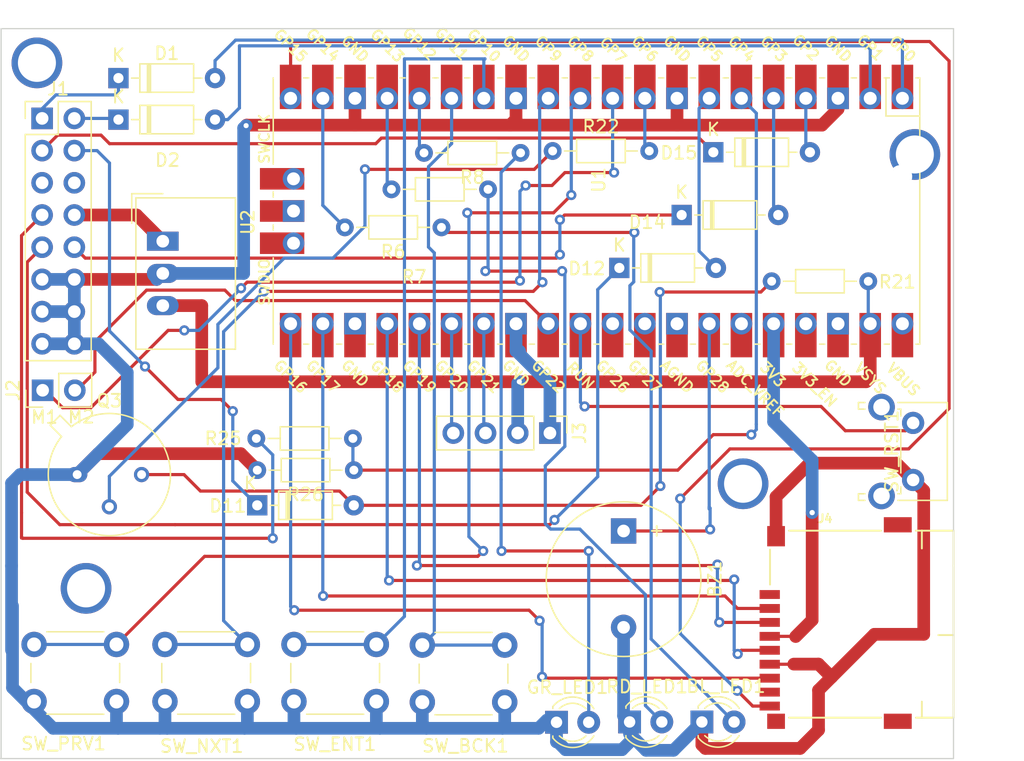
<source format=kicad_pcb>
(kicad_pcb (version 20221018) (generator pcbnew)
  (layers (0 "F.Cu" signal) (31 "B.Cu" signal) (34 "B.Paste" user) (35 "F.Paste" user) (36 "B.SilkS" user "B.Silkscreen") (37 "F.SilkS" user "F.Silkscreen") (38 "B.Mask" user) (39 "F.Mask" user) (44 "Edge.Cuts" user))
  (net 0 "")
  (net 1 "Net-(BZ1--)")
  (net 2 "/GND")
  (net 3 "Net-(BL_LED1-A)")
  (net 4 "Net-(GR_LED1-A)")
  (net 5 "Net-(RD_LED1-A)")
  (net 6 "Net-(D11-K)")
  (net 7 "Net-(D11-A)")
  (net 8 "Net-(D12-K)")
  (net 9 "Net-(D12-A)")
  (net 10 "Net-(D14-K)")
  (net 11 "Net-(D14-A)")
  (net 12 "Net-(D15-K)")
  (net 13 "Net-(D15-A)")
  (net 16 "Net-(J1-Pin_4a)")
  (net 17 "/CS")
  (net 18 "/SCK")
  (net 19 "/MOSI")
  (net 20 "/MISO")
  (net 21 "Net-(J1-Pin_4b)")
  (net 22 "Net-(J3-Pin_1)")
  (net 23 "Net-(J3-Pin_2)")
  (net 24 "Net-(J3-Pin_3)")
  (net 25 "Net-(J3-Pin_4)")
  (net 27 "Net-(D1-K)")
  (net 28 "/VCC 3.3V")
  (net 29 "Net-(J4-DET)")
  (net 30 "Net-(Q3-B)")
  (net 31 "Net-(U1-GPIO14)")
  (net 32 "Net-(U1-GPIO13)")
  (net 33 "Net-(U1-GPIO12)")
  (net 34 "Net-(U1-GPIO6)")
  (net 35 "Net-(U1-GPIO4)")
  (net 36 "Net-(U1-RUN)")
  (net 37 "Net-(U1-GPIO8)")
  (net 38 "Net-(U1-GPIO9)")
  (net 39 "Net-(U1-GPIO10)")
  (net 40 "Net-(U1-GPIO11)")
  (net 41 "Net-(J2-Pin_1)")
  (net 43 "Net-(J2-Pin_2)")
  (net 52 "Net-(D1-A)")
  (net 53 "Net-(D2-K)")
  (net 54 "Net-(D2-A)")
  (footprint "Buzzer_Beeper:Buzzer_12x9.5RM7.6" (layer "F.Cu") (at 138.975 112.45 -90)
    (fp_text reference "BZ1")
    (fp_text value "Buzzer")
  )
  (footprint "MCU_RaspberryPi_and_Boards:RPi_Pico_SMD_TH" (layer "F.Cu") (at 136.84 87.21 -90)
    (fp_text reference "U1")
    (fp_text value "Pico")
  )
  (footprint "Connector_PinHeader_2.54mm:PinHeader_2x08_P2.54mm_Vertical_letters" (layer "F.Cu") (at 93.11 79.905)
    (fp_text reference "J1")
    (fp_text value "Conn_02x08_Row_Letter_Last")
  )
  (footprint "Resistor_THT:R_Axial_DIN0204_L3.6mm_D1.6mm_P7.62mm_Horizontal" (layer "F.Cu") (at 133.38 82.475)
    (fp_text reference "R22")
    (fp_text value "6.8K")
  )
  (footprint "Resistor_THT:R_Axial_DIN0204_L3.6mm_D1.6mm_P7.62mm_Horizontal" (layer "F.Cu") (at 124.61 88.5 180)
    (fp_text reference "R6")
    (fp_text value "680")
  )
  (footprint "Resistor_THT:R_Axial_DIN0204_L3.6mm_D1.6mm_P7.62mm_Horizontal" (layer "F.Cu") (at 128.285 85.5 180)
    (fp_text reference "R7")
    (fp_text value "680")
  )
  (footprint "Diode_THT:D_DO-35_SOD27_P7.62mm_Horizontal" (layer "F.Cu") (at 99.13 80)
    (fp_text reference "D2")
    (fp_text value "BAT43")
  )
  (footprint "Connector_PinHeader_2.54mm:PinHeader_1x02_P2.54mm_Vertical" (layer "F.Cu") (at 93.15 101.35 90)
    (fp_text reference "J2")
    (fp_text value "MDV_CONTROL")
  )
  (footprint "Resistor_THT:R_Axial_DIN0204_L3.6mm_D1.6mm_P7.62mm_Horizontal" (layer "F.Cu") (at 117.7 107.65 180)
    (fp_text reference "R26")
    (fp_text value "2K2")
  )
  (footprint "LED_THT:LED_D3.0mm" (layer "F.Cu") (at 145.15 127.5125)
    (fp_text reference "BL_LED1")
    (fp_text value "LED")
  )
  (footprint "Resistor_THT:R_Axial_DIN0204_L3.6mm_D1.6mm_P7.62mm_Horizontal" (layer "F.Cu") (at 110.005 105.15)
    (fp_text reference "R25")
    (fp_text value "1K")
  )
  (footprint "LED_THT:LED_D3.0mm" (layer "F.Cu") (at 139.45 127.5125)
    (fp_text reference "RD_LED1")
    (fp_text value "LED")
  )
  (footprint "Connector_Card:MicroSD_Card-micro_socket_A_AliExpress" (layer "F.Cu") (at 157.525 120.675 -90)
    (fp_text reference "J4")
    (fp_text value "Micro_SD_Card_Det1" hide)
  )
  (footprint "Package_TO_SOT_THT:TO-39-3" (layer "F.Cu") (at 95.875 108)
    (fp_text reference "Q3")
    (fp_text value "2N2219")
  )
  (footprint "Diode_THT:D_DO-35_SOD27_P7.62mm_Horizontal" (layer "F.Cu") (at 110.075 110.425)
    (fp_text reference "D11")
    (fp_text value "1N4148")
  )
  (footprint "Diode_THT:D_DO-35_SOD27_P7.62mm_Horizontal" (layer "F.Cu") (at 143.555 87.525)
    (fp_text reference "D14")
    (fp_text value "BAT43")
  )
  (footprint "Connector_PinHeader_2.54mm:PinHeader_1x04_P2.54mm_Vertical" (layer "F.Cu") (at 133.165 104.725 -90)
    (fp_text reference "J3")
    (fp_text value "OLED SCREEN CONN")
  )
  (footprint "Button_Switch_THT:SW_Tactile_SPST_Angled_PTS645Vx83-2LFS" (layer "F.Cu") (at 161.8125 103.925 -90)
    (fp_text reference "SW_RST1")
    (fp_text value "SW_RESET")
  )
  (footprint "Resistor_THT:R_Axial_DIN0204_L3.6mm_D1.6mm_P7.62mm_Horizontal" (layer "F.Cu") (at 130.85 82.625 180)
    (fp_text reference "R8")
    (fp_text value "680")
  )
  (footprint "Converter_DCDC:Converter_DCDC_TRACO_TSR-1_THT" (layer "F.Cu") (at 102.6275 89.5925 -90)
    (fp_text reference "U2")
    (fp_text value "TSR_1-2450")
  )
  (footprint "Resistor_THT:R_Axial_DIN0204_L3.6mm_D1.6mm_P7.62mm_Horizontal" (layer "F.Cu") (at 158.275 92.75 180)
    (fp_text reference "R21")
    (fp_text value "10K")
  )
  (footprint "Button_Switch_THT:SW_PUSH_6mm" (layer "F.Cu") (at 119.475 125.9 180)
    (fp_text reference "SW_ENT1")
    (fp_text value "SW_ENTER")
  )
  (footprint "Diode_THT:D_DO-35_SOD27_P7.62mm_Horizontal" (layer "F.Cu") (at 146.055 82.575)
    (fp_text reference "D15")
    (fp_text value "BAT43")
  )
  (footprint "LED_THT:LED_D3.0mm" (layer "F.Cu") (at 133.685 127.5375)
    (fp_text reference "GR_LED1")
    (fp_text value "LED")
  )
  (footprint "Diode_THT:D_DO-35_SOD27_P7.62mm_Horizontal" (layer "F.Cu") (at 99.13 76.725)
    (fp_text reference "D1")
    (fp_text value "BAT43")
  )
  (footprint "Button_Switch_THT:SW_PUSH_6mm" (layer "F.Cu") (at 109.3 125.9 180)
    (fp_text reference "SW_NXT1")
    (fp_text value "SW_NEXT")
  )
  (footprint "Diode_THT:D_DO-35_SOD27_P7.62mm_Horizontal" (layer "F.Cu") (at 138.64 91.7)
    (fp_text reference "D12")
    (fp_text value "BAT43")
  )
  (footprint "Button_Switch_THT:SW_PUSH_6mm" (layer "F.Cu") (at 98.975 125.9 180)
    (fp_text reference "SW_PRV1")
    (fp_text value "SW_PREV")
  )
  (footprint "Button_Switch_THT:SW_PUSH_6mm" (layer "F.Cu") (at 129.6 125.95 180)
    (fp_text reference "SW_BCK1")
    (fp_text value "SW_BACK")
  )
  (gr_line (start 164.9625 130.4) (end 89.8375 130.4) (stroke (width 0.1)) (layer "Edge.Cuts"))
  (gr_line (start 165 72.825) (end 165 130.4) (stroke (width 0.1)) (layer "Edge.Cuts"))
  (gr_line (start 89.875 72.825) (end 165 72.825) (stroke (width 0.1)) (layer "Edge.Cuts"))
  (gr_line (start 89.875 130.4) (end 89.875 72.825) (stroke (width 0.1)) (layer "Edge.Cuts"))
  (gr_text "M2" (at 95.05 104.025) (layer "F.SilkS") (effects (font (size 1 1)) (justify left bottom)))
  (gr_text "M1" (at 92.15 104.05) (layer "F.SilkS") (effects (font (size 1 1)) (justify left bottom)))
  (via (at 96.575 116.975) (size 4) (drill 3) (layers "F.Cu" "B.Cu") (net 0))
  (via (at 92.7 75.525) (size 4) (drill 3) (layers "F.Cu" "B.Cu") (net 0))
  (via (at 148.4 108.725) (size 4) (drill 3) (layers "F.Cu" "B.Cu") (net 0))
  (via (at 161.95 82.75) (size 4) (drill 3) (layers "F.Cu" "B.Cu") (net 0))
  (segment (start 138.975 112.45) (end 145.675 112.45) (width 0.25) (layer "F.Cu") (net 1))
  (segment (start 145.675 112.45) (end 145.8 112.325) (width 0.25) (layer "F.Cu") (net 1))
  (via (at 145.8 112.325) (size 0.8) (drill 0.4) (layers "F.Cu" "B.Cu") (net 1))
  (segment (start 145.73 110.705) (end 145.73 110.575) (width 0.25) (layer "B.Cu") (net 1))
  (segment (start 145.775 110.75) (end 145.73 110.705) (width 0.25) (layer "B.Cu") (net 1))
  (segment (start 145.73 110.575) (end 145.73 96.1) (width 0.25) (layer "B.Cu") (net 1))
  (segment (start 145.8 112.325) (end 145.8 110.645) (width 0.25) (layer "B.Cu") (net 1))
  (segment (start 145.8 110.645) (end 145.73 110.575) (width 0.25) (layer "B.Cu") (net 1))
  (segment (start 145.15 129.325) (end 145.425 129.6) (width 1) (layer "F.Cu") (net 2))
  (segment (start 145.15 127.5125) (end 145.15 129.325) (width 1) (layer "F.Cu") (net 2))
  (segment (start 108.78 106.35) (end 110.08 107.65) (width 1) (layer "F.Cu") (net 2))
  (segment (start 102.155 92.605) (end 102.6275 92.1325) (width 1) (layer "F.Cu") (net 2))
  (segment (start 155.89 79.17) (end 155.89 78.32) (width 1) (layer "F.Cu") (net 2))
  (segment (start 151.003145 109.746855) (end 153.65 107.1) (width 1) (layer "F.Cu") (net 2))
  (segment (start 143.2 80.435) (end 154.625 80.435) (width 1) (layer "F.Cu") (net 2))
  (segment (start 97.525 106.35) (end 108.78 106.35) (width 1) (layer "F.Cu") (net 2))
  (segment (start 117.79 80.435) (end 130.025 80.435) (width 1) (layer "F.Cu") (net 2))
  (segment (start 150.503145 122.959968) (end 152.390032 122.959968) (width 0.25) (layer "F.Cu") (net 2))
  (segment (start 130.49 79.97) (end 130.025 80.435) (width 1) (layer "F.Cu") (net 2))
  (segment (start 155.380085 123.980085) (end 154.353346 125.006823) (width 1) (layer "F.Cu") (net 2))
  (segment (start 117.79 80.435) (end 109.24 80.435) (width 1) (layer "F.Cu") (net 2))
  (segment (start 117.79 78.32) (end 117.79 80.435) (width 1) (layer "F.Cu") (net 2))
  (segment (start 160.4875 107.1) (end 161.8125 108.425) (width 1) (layer "F.Cu") (net 2))
  (segment (start 145.425 129.6) (end 152.9 129.6) (width 1) (layer "F.Cu") (net 2))
  (segment (start 143.19 78.32) (end 143.19 80.425) (width 1) (layer "F.Cu") (net 2))
  (segment (start 143.19 80.425) (end 143.2 80.435) (width 1) (layer "F.Cu") (net 2))
  (segment (start 95.65 92.605) (end 102.155 92.605) (width 1) (layer "F.Cu") (net 2))
  (segment (start 151.003145 112.859968) (end 151.003145 109.746855) (width 1) (layer "F.Cu") (net 2))
  (segment (start 155.380085 123.980085) (end 154.35 122.95) (width 1) (layer "F.Cu") (net 2))
  (segment (start 162.65 120.6) (end 158.760169 120.6) (width 1) (layer "F.Cu") (net 2))
  (segment (start 130.49 78.32) (end 130.49 79.97) (width 1) (layer "F.Cu") (net 2))
  (segment (start 161.8125 108.425) (end 162.65 109.2625) (width 1) (layer "F.Cu") (net 2))
  (segment (start 154.625 80.435) (end 155.89 79.17) (width 1) (layer "F.Cu") (net 2))
  (segment (start 152.390032 122.959968) (end 152.4 122.95) (width 0.25) (layer "F.Cu") (net 2))
  (segment (start 154.35 122.95) (end 152.4 122.95) (width 1) (layer "F.Cu") (net 2))
  (segment (start 95.875 108) (end 97.525 106.35) (width 1) (layer "F.Cu") (net 2))
  (segment (start 109.24 80.435) (end 109.2 80.475) (width 1) (layer "F.Cu") (net 2))
  (segment (start 158.760169 120.6) (end 155.380085 123.980085) (width 1) (layer "F.Cu") (net 2))
  (segment (start 162.65 109.2625) (end 162.65 120.6) (width 1) (layer "F.Cu") (net 2))
  (segment (start 154.353346 128.146654) (end 154.353346 125.006823) (width 1) (layer "F.Cu") (net 2))
  (segment (start 153.65 107.1) (end 160.4875 107.1) (width 1) (layer "F.Cu") (net 2))
  (segment (start 130.025 80.435) (end 143.2 80.435) (width 1) (layer "F.Cu") (net 2))
  (segment (start 152.9 129.6) (end 154.353346 128.146654) (width 1) (layer "F.Cu") (net 2))
  (via (at 109.2 80.475) (size 0.8) (drill 0.4) (layers "F.Cu" "B.Cu") (net 2))
  (segment (start 102.155 92.605) (end 102.6275 92.1325) (width 1) (layer "B.Cu") (net 2))
  (segment (start 95.65 97.685) (end 97.56 97.685) (width 1) (layer "B.Cu") (net 2))
  (segment (start 112.975 127.8375) (end 112.975 125.9) (width 1) (layer "B.Cu") (net 2))
  (segment (start 90.7 108.675) (end 91.375 108) (width 1) (layer "B.Cu") (net 2))
  (segment (start 98.975 125.9) (end 98.975 127.6625) (width 0.25) (layer "B.Cu") (net 2))
  (segment (start 102.6275 92.1325) (end 109.0075 92.1325) (width 1) (layer "B.Cu") (net 2))
  (segment (start 123.425 128.0125) (end 123.1 127.6875) (width 1) (layer "B.Cu") (net 2))
  (segment (start 139.45 128.45) (end 139.775 128.775) (width 1) (layer "B.Cu") (net 2))
  (segment (start 90.775 124.8125) (end 90.775 118.3625) (width 1) (layer "B.Cu") (net 2))
  (segment (start 138.85 129.7) (end 139.775 128.775) (width 1) (layer "B.Cu") (net 2))
  (segment (start 102.975 128.0125) (end 109.075 128.0125) (width 1) (layer "B.Cu") (net 2))
  (segment (start 102.975 128.0125) (end 102.8 127.8375) (width 1) (layer "B.Cu") (net 2))
  (segment (start 102.8 127.8375) (end 102.8 125.9) (width 1) (layer "B.Cu") (net 2))
  (segment (start 99.825 99.95) (end 99.825 104.05) (width 1) (layer "B.Cu") (net 2))
  (segment (start 138.975 120.05) (end 138.975 127.0375) (width 1) (layer "B.Cu") (net 2))
  (segment (start 93.11 97.685) (end 95.65 97.685) (width 1) (layer "B.Cu") (net 2))
  (segment (start 134.4 129.7) (end 138.85 129.7) (width 1) (layer "B.Cu") (net 2))
  (segment (start 90.7 115.2) (end 90.7 121.85) (width 1) (layer "B.Cu") (net 2))
  (segment (start 93.11 92.605) (end 95.65 92.605) (width 1) (layer "B.Cu") (net 2))
  (segment (start 109.0075 80.6675) (end 109.2 80.475) (width 1) (layer "B.Cu") (net 2))
  (segment (start 93.11 95.145) (end 95.65 95.145) (width 1) (layer "B.Cu") (net 2))
  (segment (start 102.4 128.0125) (end 99.1 128.0125) (width 1) (layer "B.Cu") (net 2))
  (segment (start 95.65 92.605) (end 95.65 95.145) (width 1) (layer "B.Cu") (net 2))
  (segment (start 113.15 128.0125) (end 112.975 127.8375) (width 1) (layer "B.Cu") (net 2))
  (segment (start 119.475 125.9) (end 119.475 127.7375) (width 1) (layer "B.Cu") (net 2))
  (segment (start 139.775 128.775) (end 140.75 129.75) (width 1) (layer "B.Cu") (net 2))
  (segment (start 123.1 127.6875) (end 123.1 125.95) (width 1) (layer "B.Cu") (net 2))
  (segment (start 119.75 128.0125) (end 123.425 128.0125) (width 1) (layer "B.Cu") (net 2))
  (segment (start 140.75 129.75) (end 142.9125 129.75) (width 1) (layer "B.Cu") (net 2))
  (segment (start 90.7 108.675) (end 90.7 115.2) (width 1) (layer "B.Cu") (net 2))
  (segment (start 99.1 128.0125) (end 98.975 127.8875) (width 1) (layer "B.Cu") (net 2))
  (segment (start 109.0075 92.1325) (end 109.0075 80.6675) (width 1) (layer "B.Cu") (net 2))
  (segment (start 99.825 104.05) (end 95.875 108) (width 1) (layer "B.Cu") (net 2))
  (segment (start 109.3 125.9) (end 109.3 127.7875) (width 1) (layer "B.Cu") (net 2))
  (segment (start 142.9125 129.75) (end 145.15 127.5125) (width 1) (layer "B.Cu") (net 2))
  (segment (start 93.975 128.0125) (end 90.775 124.8125) (width 1) (layer "B.Cu") (net 2))
  (segment (start 133.685 129.085) (end 133.785 129.085) (width 1) (layer "B.Cu") (net 2))
  (segment (start 98.975 127.6625) (end 99.025 127.7125) (width 0.25) (layer "B.Cu") (net 2))
  (segment (start 129.6 127.8375) (end 129.6 125.95) (width 1) (layer "B.Cu") (net 2))
  (segment (start 133.685 127.5375) (end 133.685 129.085) (width 1) (layer "B.Cu") (net 2))
  (segment (start 133.785 129.085) (end 134.4 129.7) (width 1) (layer "B.Cu") (net 2))
  (segment (start 138.975 127.0375) (end 139.45 127.5125) (width 1) (layer "B.Cu") (net 2))
  (segment (start 102.8 127.6125) (end 102.4 128.0125) (width 0.25) (layer "B.Cu") (net 2))
  (segment (start 109.075 128.0125) (end 113.15 128.0125) (width 1) (layer "B.Cu") (net 2))
  (segment (start 99.1 128.0125) (end 93.975 128.0125) (width 1) (layer "B.Cu") (net 2))
  (segment (start 102.4 128.0125) (end 102.975 128.0125) (width 1) (layer "B.Cu") (net 2))
  (segment (start 123.425 128.0125) (end 129.425 128.0125) (width 1) (layer "B.Cu") (net 2))
  (segment (start 113.15 128.0125) (end 119.75 128.0125) (width 1) (layer "B.Cu") (net 2))
  (segment (start 132.275 128.0125) (end 129.425 128.0125) (width 1) (layer "B.Cu") (net 2))
  (segment (start 129.425 128.0125) (end 129.6 127.8375) (width 1) (layer "B.Cu") (net 2))
  (segment (start 132.925 127.3625) (end 132.275 128.0125) (width 1) (layer "B.Cu") (net 2))
  (segment (start 97.56 97.685) (end 99.825 99.95) (width 1) (layer "B.Cu") (net 2))
  (segment (start 91.375 108) (end 95.875 108) (width 1) (layer "B.Cu") (net 2))
  (segment (start 119.475 127.7375) (end 119.75 128.0125) (width 1) (layer "B.Cu") (net 2))
  (segment (start 98.975 127.8875) (end 98.975 125.9) (width 1) (layer "B.Cu") (net 2))
  (segment (start 109.3 127.7875) (end 109.075 128.0125) (width 1) (layer "B.Cu") (net 2))
  (segment (start 139.45 127.5125) (end 139.45 128.45) (width 1) (layer "B.Cu") (net 2))
  (segment (start 95.65 95.145) (end 95.65 97.685) (width 1) (layer "B.Cu") (net 2))
  (segment (start 125.01 88.9) (end 124.61 88.5) (width 0.25) (layer "F.Cu") (net 3))
  (segment (start 139.825 88.9) (end 125.01 88.9) (width 0.25) (layer "F.Cu") (net 3))
  (via (at 139.825 88.9) (size 0.8) (drill 0.4) (layers "F.Cu" "B.Cu") (net 3))
  (segment (start 139.775 88.95) (end 139.825 88.9) (width 0.25) (layer "B.Cu") (net 3))
  (segment (start 139.475 96.585054) (end 139.475 93.1) (width 0.25) (layer "B.Cu") (net 3))
  (segment (start 139.775 92.8) (end 139.775 88.95) (width 0.25) (layer "B.Cu") (net 3))
  (segment (start 139.475 93.1) (end 139.775 92.8) (width 0.25) (layer "B.Cu") (net 3))
  (segment (start 147.69 127.5125) (end 141.15 120.9725) (width 0.25) (layer "B.Cu") (net 3))
  (segment (start 141.15 98.260054) (end 139.475 96.585054) (width 0.25) (layer "B.Cu") (net 3))
  (segment (start 141.15 120.9725) (end 141.15 98.260054) (width 0.25) (layer "B.Cu") (net 3))
  (segment (start 129.35 114.025) (end 136.225 114.025) (width 0.25) (layer "F.Cu") (net 4))
  (via (at 129.35 114.025) (size 0.8) (drill 0.4) (layers "F.Cu" "B.Cu") (net 4))
  (via (at 136.225 114.025) (size 0.8) (drill 0.4) (layers "F.Cu" "B.Cu") (net 4))
  (segment (start 136.225 114.025) (end 136.225 127.5375) (width 0.25) (layer "B.Cu") (net 4))
  (segment (start 129.315 108.390305) (end 129.315 113.99) (width 0.25) (layer "B.Cu") (net 4))
  (segment (start 129.315 113.99) (end 129.35 114.025) (width 0.25) (layer "B.Cu") (net 4))
  (segment (start 129.315 84.16) (end 130.85 82.625) (width 0.25) (layer "B.Cu") (net 4))
  (segment (start 129.315 108.390305) (end 129.315 84.16) (width 0.25) (layer "B.Cu") (net 4))
  (segment (start 134.125 91.95) (end 128.075 91.95) (width 0.25) (layer "F.Cu") (net 5))
  (via (at 134.125 91.95) (size 0.8) (drill 0.4) (layers "F.Cu" "B.Cu") (net 5))
  (via (at 128.075 91.95) (size 0.8) (drill 0.4) (layers "F.Cu" "B.Cu") (net 5))
  (segment (start 134.125 91.95) (end 134.34 92.165) (width 0.25) (layer "B.Cu") (net 5))
  (segment (start 140.7 126.2225) (end 141.99 127.5125) (width 0.25) (layer "B.Cu") (net 5))
  (segment (start 128.285 91.74) (end 128.285 85.5) (width 0.25) (layer "B.Cu") (net 5))
  (segment (start 134.34 92.165) (end 134.34 105.772345) (width 0.25) (layer "B.Cu") (net 5))
  (segment (start 133.224695 112.3) (end 135.525305 112.3) (width 0.25) (layer "B.Cu") (net 5))
  (segment (start 128.075 91.95) (end 128.285 91.74) (width 0.25) (layer "B.Cu") (net 5))
  (segment (start 134.34 105.772345) (end 132.8 107.312345) (width 0.25) (layer "B.Cu") (net 5))
  (segment (start 132.8 111.875305) (end 133.224695 112.3) (width 0.25) (layer "B.Cu") (net 5))
  (segment (start 140.7 117.474695) (end 140.7 126.2225) (width 0.25) (layer "B.Cu") (net 5))
  (segment (start 132.8 107.312345) (end 132.8 111.875305) (width 0.25) (layer "B.Cu") (net 5))
  (segment (start 135.525305 112.3) (end 140.7 117.474695) (width 0.25) (layer "B.Cu") (net 5))
  (segment (start 107.225 102.075) (end 108.15 103) (width 0.25) (layer "F.Cu") (net 6))
  (segment (start 103.825 102.075) (end 107.225 102.075) (width 0.25) (layer "F.Cu") (net 6))
  (segment (start 101.225 99.475) (end 103.825 102.075) (width 0.25) (layer "F.Cu") (net 6))
  (via (at 108.15 103) (size 0.8) (drill 0.4) (layers "F.Cu" "B.Cu") (net 6))
  (via (at 101.225 99.475) (size 0.8) (drill 0.4) (layers "F.Cu" "B.Cu") (net 6))
  (segment (start 98.425 83.425) (end 97.445 82.445) (width 0.25) (layer "B.Cu") (net 6))
  (segment (start 108.15 108.5) (end 110.075 110.425) (width 0.25) (layer "B.Cu") (net 6))
  (segment (start 101.225 99.475) (end 98.425 96.675) (width 0.25) (layer "B.Cu") (net 6))
  (segment (start 108.15 103) (end 108.15 108.5) (width 0.25) (layer "B.Cu") (net 6))
  (segment (start 98.425 96.675) (end 98.425 83.425) (width 0.25) (layer "B.Cu") (net 6))
  (segment (start 97.445 82.445) (end 95.65 82.445) (width 0.25) (layer "B.Cu") (net 6))
  (segment (start 95.705 82.5) (end 95.65 82.445) (width 0.25) (layer "B.Cu") (net 6))
  (segment (start 100.955 108) (end 104.3 108) (width 0.25) (layer "F.Cu") (net 7))
  (segment (start 105.6 109.3) (end 116.57 109.3) (width 0.25) (layer "F.Cu") (net 7))
  (segment (start 141.825 93.6) (end 149.805 93.6) (width 0.25) (layer "F.Cu") (net 7))
  (segment (start 104.3 108) (end 105.6 109.3) (width 0.25) (layer "F.Cu") (net 7))
  (segment (start 116.57 109.3) (end 117.695 110.425) (width 0.25) (layer "F.Cu") (net 7))
  (segment (start 149.805 93.6) (end 150.655 92.75) (width 0.25) (layer "F.Cu") (net 7))
  (segment (start 140.35 110.425) (end 141.875 108.9) (width 0.25) (layer "F.Cu") (net 7))
  (segment (start 117.695 110.425) (end 140.35 110.425) (width 0.25) (layer "F.Cu") (net 7))
  (via (at 141.825 93.6) (size 0.8) (drill 0.4) (layers "F.Cu" "B.Cu") (net 7))
  (via (at 141.875 108.9) (size 0.8) (drill 0.4) (layers "F.Cu" "B.Cu") (net 7))
  (segment (start 141.875 93.65) (end 141.825 93.6) (width 0.25) (layer "B.Cu") (net 7))
  (segment (start 141.875 108.9) (end 141.875 93.65) (width 0.25) (layer "B.Cu") (net 7))
  (segment (start 103.6 111.95) (end 94.5 111.95) (width 0.25) (layer "F.Cu") (net 8))
  (segment (start 91.935489 109.385489) (end 91.935489 91.239511) (width 0.25) (layer "F.Cu") (net 8))
  (segment (start 91.935489 91.239511) (end 93.11 90.065) (width 0.25) (layer "F.Cu") (net 8))
  (segment (start 103.6 111.95) (end 133.15 111.95) (width 0.25) (layer "F.Cu") (net 8))
  (segment (start 133.15 111.95) (end 133.525 111.575) (width 0.25) (layer "F.Cu") (net 8))
  (segment (start 94.5 111.95) (end 91.935489 109.385489) (width 0.25) (layer "F.Cu") (net 8))
  (via (at 133.525 111.575) (size 0.8) (drill 0.4) (layers "F.Cu" "B.Cu") (net 8))
  (segment (start 133.525 111.575) (end 136.935 108.165) (width 0.25) (layer "B.Cu") (net 8))
  (segment (start 136.935 108.165) (end 136.935 93.405) (width 0.25) (layer "B.Cu") (net 8))
  (segment (start 136.935 93.405) (end 138.64 91.7) (width 0.25) (layer "B.Cu") (net 8))
  (segment (start 145.73 78.32) (end 144.93 79.12) (width 0.25) (layer "B.Cu") (net 9))
  (segment (start 144.93 79.12) (end 144.93 90.37) (width 0.25) (layer "B.Cu") (net 9))
  (segment (start 144.93 90.37) (end 146.26 91.7) (width 0.25) (layer "B.Cu") (net 9))
  (segment (start 95.65 90.065) (end 96.51 90.925) (width 0.25) (layer "F.Cu") (net 10))
  (segment (start 133.675 90.925) (end 133.95 90.65) (width 0.25) (layer "F.Cu") (net 10))
  (segment (start 96.51 90.925) (end 133.675 90.925) (width 0.25) (layer "F.Cu") (net 10))
  (segment (start 133.95 87.9) (end 134.325 87.525) (width 0.25) (layer "F.Cu") (net 10))
  (segment (start 134.325 87.525) (end 143.555 87.525) (width 0.25) (layer "F.Cu") (net 10))
  (via (at 133.95 90.65) (size 0.8) (drill 0.4) (layers "F.Cu" "B.Cu") (net 10))
  (via (at 133.95 87.9) (size 0.8) (drill 0.4) (layers "F.Cu" "B.Cu") (net 10))
  (segment (start 133.95 90.65) (end 133.95 87.9) (width 0.25) (layer "B.Cu") (net 10))
  (segment (start 150.81 78.32) (end 150.81 87.16) (width 0.25) (layer "B.Cu") (net 11))
  (segment (start 150.81 87.16) (end 151.175 87.525) (width 0.25) (layer "B.Cu") (net 11))
  (segment (start 97.75538 81.225) (end 98.43038 81.9) (width 0.25) (layer "F.Cu") (net 12))
  (segment (start 146.055 82.575) (end 144.935104 81.455104) (width 0.25) (layer "F.Cu") (net 12))
  (segment (start 119.869896 81.455104) (end 119.425 81.9) (width 0.25) (layer "F.Cu") (net 12))
  (segment (start 144.935104 81.455104) (end 119.869896 81.455104) (width 0.25) (layer "F.Cu") (net 12))
  (segment (start 98.43038 81.9) (end 119.425 81.9) (width 0.25) (layer "F.Cu") (net 12))
  (segment (start 94.33 81.225) (end 97.75538 81.225) (width 0.25) (layer "F.Cu") (net 12))
  (segment (start 93.11 82.445) (end 94.33 81.225) (width 0.25) (layer "F.Cu") (net 12))
  (segment (start 153.35 78.32) (end 153.35 82.25) (width 0.25) (layer "B.Cu") (net 13))
  (segment (start 153.35 82.25) (end 153.675 82.575) (width 0.25) (layer "B.Cu") (net 13))
  (segment (start 91.485969 112.925) (end 91.485969 113.010969) (width 0.25) (layer "F.Cu") (net 16))
  (segment (start 111.3 113.025) (end 91.585969 113.025) (width 0.25) (layer "F.Cu") (net 16))
  (segment (start 91.585969 113.025) (end 91.485969 112.925) (width 0.25) (layer "F.Cu") (net 16))
  (segment (start 93.11 87.525) (end 91.485969 89.149031) (width 0.25) (layer "F.Cu") (net 16))
  (segment (start 91.485969 111.010969) (end 91.485969 112.925) (width 0.25) (layer "F.Cu") (net 16))
  (segment (start 91.485969 89.149031) (end 91.485969 111.010969) (width 0.25) (layer "F.Cu") (net 16))
  (via (at 111.3 113.025) (size 0.8) (drill 0.4) (layers "F.Cu" "B.Cu") (net 16))
  (segment (start 110.005 105.15) (end 111.3 106.445) (width 0.25) (layer "B.Cu") (net 16))
  (segment (start 111.3 106.445) (end 111.3 113.025) (width 0.25) (layer "B.Cu") (net 16))
  (segment (start 146.975 117.575) (end 147.959968 118.559968) (width 0.25) (layer "F.Cu") (net 17))
  (segment (start 115.275 117.575) (end 146.975 117.575) (width 0.25) (layer "F.Cu") (net 17))
  (segment (start 147.959968 118.559968) (end 150.503145 118.559968) (width 0.25) (layer "F.Cu") (net 17))
  (via (at 115.275 117.575) (size 0.8) (drill 0.4) (layers "F.Cu" "B.Cu") (net 17))
  (segment (start 115.25 96.1) (end 115.25 117.55) (width 0.25) (layer "B.Cu") (net 17))
  (segment (start 115.25 117.55) (end 115.275 117.575) (width 0.25) (layer "B.Cu") (net 17))
  (segment (start 147.975 122.15) (end 148.265032 121.859968) (width 0.25) (layer "F.Cu") (net 18))
  (segment (start 148.265032 121.859968) (end 150.503145 121.859968) (width 0.25) (layer "F.Cu") (net 18))
  (segment (start 147.625 116.35) (end 147.7 116.275) (width 0.25) (layer "F.Cu") (net 18))
  (segment (start 120.475 116.35) (end 147.625 116.35) (width 0.25) (layer "F.Cu") (net 18))
  (via (at 147.975 122.15) (size 0.8) (drill 0.4) (layers "F.Cu" "B.Cu") (net 18))
  (via (at 147.7 116.275) (size 0.8) (drill 0.4) (layers "F.Cu" "B.Cu") (net 18))
  (via (at 120.475 116.35) (size 0.8) (drill 0.4) (layers "F.Cu" "B.Cu") (net 18))
  (segment (start 147.7 121.875) (end 147.975 122.15) (width 0.25) (layer "B.Cu") (net 18))
  (segment (start 120.33 116.205) (end 120.475 116.35) (width 0.25) (layer "B.Cu") (net 18))
  (segment (start 147.7 116.275) (end 147.7 121.875) (width 0.25) (layer "B.Cu") (net 18))
  (segment (start 120.33 96.1) (end 120.33 116.205) (width 0.25) (layer "B.Cu") (net 18))
  (segment (start 146.3 115.175) (end 146.375 115.1) (width 0.25) (layer "F.Cu") (net 19))
  (segment (start 146.534968 119.659968) (end 150.503145 119.659968) (width 0.25) (layer "F.Cu") (net 19))
  (segment (start 137.55 115.175) (end 146.3 115.175) (width 0.25) (layer "F.Cu") (net 19))
  (segment (start 146.525 119.65) (end 146.534968 119.659968) (width 0.25) (layer "F.Cu") (net 19))
  (segment (start 122.675 115.175) (end 137.55 115.175) (width 0.25) (layer "F.Cu") (net 19))
  (via (at 146.525 119.65) (size 0.8) (drill 0.4) (layers "F.Cu" "B.Cu") (net 19))
  (via (at 146.375 115.1) (size 0.8) (drill 0.4) (layers "F.Cu" "B.Cu") (net 19))
  (via (at 122.675 115.175) (size 0.8) (drill 0.4) (layers "F.Cu" "B.Cu") (net 19))
  (segment (start 146.375 119.5) (end 146.525 119.65) (width 0.25) (layer "B.Cu") (net 19))
  (segment (start 146.375 115.1) (end 146.375 119.5) (width 0.25) (layer "B.Cu") (net 19))
  (segment (start 122.87 114.98) (end 122.675 115.175) (width 0.25) (layer "B.Cu") (net 19))
  (segment (start 122.87 96.1) (end 122.87 114.98) (width 0.25) (layer "B.Cu") (net 19))
  (segment (start 131.525 118.7) (end 132.35 119.525) (width 0.25) (layer "F.Cu") (net 20))
  (segment (start 132.55 123.95) (end 132.659968 124.059968) (width 0.25) (layer "F.Cu") (net 20))
  (segment (start 132.659968 124.059968) (end 150.503145 124.059968) (width 0.25) (layer "F.Cu") (net 20))
  (segment (start 113 118.7) (end 131.525 118.7) (width 0.25) (layer "F.Cu") (net 20))
  (via (at 113 118.7) (size 0.8) (drill 0.4) (layers "F.Cu" "B.Cu") (net 20))
  (via (at 132.55 123.95) (size 0.8) (drill 0.4) (layers "F.Cu" "B.Cu") (net 20))
  (via (at 132.35 119.525) (size 0.8) (drill 0.4) (layers "F.Cu" "B.Cu") (net 20))
  (segment (start 112.71 96.1) (end 112.71 118.41) (width 0.25) (layer "B.Cu") (net 20))
  (segment (start 132.55 119.725) (end 132.55 123.95) (width 0.25) (layer "B.Cu") (net 20))
  (segment (start 112.71 118.41) (end 113 118.7) (width 0.25) (layer "B.Cu") (net 20))
  (segment (start 132.35 119.525) (end 132.55 119.725) (width 0.25) (layer "B.Cu") (net 20))
  (segment (start 95.65 87.525) (end 100.56 87.525) (width 1) (layer "F.Cu") (net 21))
  (segment (start 100.56 87.525) (end 102.6275 89.5925) (width 1) (layer "F.Cu") (net 21))
  (segment (start 130.49 98.265) (end 130.765 98.265) (width 1) (layer "B.Cu") (net 22))
  (segment (start 133.165 100.89) (end 133.165 104.725) (width 1) (layer "B.Cu") (net 22))
  (segment (start 130.765 98.49) (end 133.165 100.89) (width 1) (layer "B.Cu") (net 22))
  (segment (start 130.49 96.1) (end 130.49 98.265) (width 1) (layer "B.Cu") (net 22))
  (segment (start 130.765 98.265) (end 130.765 98.49) (width 1) (layer "B.Cu") (net 22))
  (segment (start 105.7025 94.6725) (end 105.7025 100.6775) (width 1) (layer "F.Cu") (net 23))
  (segment (start 158.1125 100.6775) (end 158.43 100.36) (width 1) (layer "F.Cu") (net 23))
  (segment (start 102.6275 94.6725) (end 105.7025 94.6725) (width 1) (layer "F.Cu") (net 23))
  (segment (start 158.43 100.36) (end 158.43 96.1) (width 1) (layer "F.Cu") (net 23))
  (segment (start 105.7025 100.6775) (end 130.75 100.6775) (width 1) (layer "F.Cu") (net 23))
  (segment (start 130.75 100.6775) (end 158.1125 100.6775) (width 1) (layer "F.Cu") (net 23))
  (via (at 130.75 100.6775) (size 0.8) (drill 0.4) (layers "F.Cu" "B.Cu") (net 23))
  (segment (start 130.625 104.725) (end 130.625 100.8025) (width 1) (layer "B.Cu") (net 23))
  (segment (start 130.625 100.8025) (end 130.75 100.6775) (width 1) (layer "B.Cu") (net 23))
  (segment (start 158.275 95.945) (end 158.43 96.1) (width 0.25) (layer "B.Cu") (net 23))
  (segment (start 158.275 92.75) (end 158.275 95.945) (width 0.25) (layer "B.Cu") (net 23))
  (segment (start 127.95 104.59) (end 128.085 104.725) (width 0.25) (layer "B.Cu") (net 24))
  (segment (start 127.95 96.1) (end 127.95 104.59) (width 0.25) (layer "B.Cu") (net 24))
  (segment (start 125.41 96.1) (end 125.41 104.59) (width 0.25) (layer "B.Cu") (net 25))
  (segment (start 125.41 104.59) (end 125.545 104.725) (width 0.25) (layer "B.Cu") (net 25))
  (segment (start 93.11 79.905) (end 93.11 79.14) (width 0.25) (layer "B.Cu") (net 27))
  (segment (start 99.13 76.725) (end 99.13 77.845) (width 0.25) (layer "B.Cu") (net 27))
  (segment (start 94.2 78.05) (end 98.925 78.05) (width 0.25) (layer "B.Cu") (net 27))
  (segment (start 93.11 79.14) (end 94.2 78.05) (width 0.25) (layer "B.Cu") (net 27))
  (segment (start 99.13 77.845) (end 98.925 78.05) (width 0.25) (layer "B.Cu") (net 27))
  (segment (start 152.55 120.775) (end 153.85 119.475) (width 1) (layer "F.Cu") (net 28))
  (segment (start 153.85 111) (end 153.85 119.475) (width 1) (layer "F.Cu") (net 28))
  (segment (start 150.503145 120.759968) (end 152.534968 120.759968) (width 0.25) (layer "F.Cu") (net 28))
  (segment (start 152.534968 120.759968) (end 152.55 120.775) (width 0.25) (layer "F.Cu") (net 28))
  (via (at 153.85 111) (size 0.8) (drill 0.4) (layers "F.Cu" "B.Cu") (net 28))
  (via (at 153.85 111) (size 0.8) (drill 0.4) (layers "F.Cu" "B.Cu") (net 28))
  (segment (start 150.81 103.835) (end 153.325 106.35) (width 1) (layer "B.Cu") (net 28))
  (segment (start 150.81 96.1) (end 150.81 103.835) (width 1) (layer "B.Cu") (net 28))
  (segment (start 153.325 106.35) (end 153.85 106.875) (width 1) (layer "B.Cu") (net 28))
  (segment (start 153.85 106.875) (end 153.85 111) (width 1) (layer "B.Cu") (net 28))
  (segment (start 163.115 73.84) (end 164.65 75.375) (width 0.25) (layer "F.Cu") (net 29))
  (segment (start 143.443476 109.893477) (end 143.443476 109.893476) (width 0.25) (layer "F.Cu") (net 29))
  (segment (start 164.65 75.375) (end 164.65 102.782861) (width 0.25) (layer "F.Cu") (net 29))
  (segment (start 161.457861 105.975) (end 147.361953 105.975) (width 0.25) (layer "F.Cu") (net 29))
  (segment (start 149.159968 126.259968) (end 150.503145 126.259968) (width 0.25) (layer "F.Cu") (net 29))
  (segment (start 147.95 125.05) (end 149.159968 126.259968) (width 0.25) (layer "F.Cu") (net 29))
  (segment (start 164.65 102.782861) (end 161.457861 105.975) (width 0.25) (layer "F.Cu") (net 29))
  (segment (start 112.71 73.84) (end 163.115 73.84) (width 0.25) (layer "F.Cu") (net 29))
  (segment (start 147.361953 105.975) (end 143.443476 109.893476) (width 0.25) (layer "F.Cu") (net 29))
  (segment (start 112.71 74.735) (end 112.71 73.84) (width 0.25) (layer "F.Cu") (net 29))
  (segment (start 112.71 78.32) (end 112.71 74.735) (width 0.25) (layer "F.Cu") (net 29))
  (via (at 143.443476 109.893476) (size 0.8) (drill 0.4) (layers "F.Cu" "B.Cu") (net 29))
  (via (at 147.95 125.05) (size 0.8) (drill 0.4) (layers "F.Cu" "B.Cu") (net 29))
  (segment (start 143.443476 109.893476) (end 143.443476 120.543476) (width 0.25) (layer "B.Cu") (net 29))
  (segment (start 143.443476 120.543476) (end 147.95 125.05) (width 0.25) (layer "B.Cu") (net 29))
  (segment (start 118.575 83.925) (end 131.93 83.925) (width 0.25) (layer "F.Cu") (net 30))
  (segment (start 131.93 83.925) (end 133.38 82.475) (width 0.25) (layer "F.Cu") (net 30))
  (via (at 118.575 83.925) (size 0.8) (drill 0.4) (layers "F.Cu" "B.Cu") (net 30))
  (segment (start 112.204351 90.920344) (end 116.054656 90.920344) (width 0.25) (layer "B.Cu") (net 30))
  (segment (start 116.054656 90.920344) (end 118.575 88.4) (width 0.25) (layer "B.Cu") (net 30))
  (segment (start 118.575 88.4) (end 118.575 83.925) (width 0.25) (layer "B.Cu") (net 30))
  (segment (start 106.975 96.149695) (end 112.204351 90.920344) (width 0.25) (layer "B.Cu") (net 30))
  (segment (start 98.415 110.54) (end 98.415 108.135) (width 0.25) (layer "B.Cu") (net 30))
  (segment (start 98.415 108.135) (end 106.975 99.575) (width 0.25) (layer "B.Cu") (net 30))
  (segment (start 106.975 99.575) (end 106.975 96.149695) (width 0.25) (layer "B.Cu") (net 30))
  (segment (start 115.25 86.76) (end 116.99 88.5) (width 0.25) (layer "B.Cu") (net 31))
  (segment (start 115.25 78.32) (end 115.25 86.76) (width 0.25) (layer "B.Cu") (net 31))
  (segment (start 120.33 85.165) (end 120.665 85.5) (width 0.25) (layer "B.Cu") (net 32))
  (segment (start 120.33 78.32) (end 120.33 85.165) (width 0.25) (layer "B.Cu") (net 32))
  (segment (start 122.87 82.265) (end 123.23 82.625) (width 0.25) (layer "B.Cu") (net 33))
  (segment (start 122.87 78.32) (end 122.87 82.265) (width 0.25) (layer "B.Cu") (net 33))
  (segment (start 140.65 82.125) (end 141 82.475) (width 0.25) (layer "B.Cu") (net 34))
  (segment (start 140.65 78.32) (end 140.65 82.125) (width 0.25) (layer "B.Cu") (net 34))
  (segment (start 149.05 104.85) (end 146.05 104.85) (width 0.25) (layer "F.Cu") (net 35))
  (segment (start 146.05 104.85) (end 143.25 107.65) (width 0.25) (layer "F.Cu") (net 35))
  (segment (start 143.25 107.65) (end 117.7 107.65) (width 0.25) (layer "F.Cu") (net 35))
  (via (at 149.05 104.85) (size 0.8) (drill 0.4) (layers "F.Cu" "B.Cu") (net 35))
  (segment (start 149.445 104.03) (end 149.445 104.455) (width 0.25) (layer "B.Cu") (net 35))
  (segment (start 148.27 78.32) (end 149.445 79.495) (width 0.25) (layer "B.Cu") (net 35))
  (segment (start 117.625 107.575) (end 117.7 107.65) (width 0.25) (layer "B.Cu") (net 35))
  (segment (start 117.625 105.15) (end 117.625 107.575) (width 0.25) (layer "B.Cu") (net 35))
  (segment (start 149.445 79.495) (end 149.445 104.03) (width 0.25) (layer "B.Cu") (net 35))
  (segment (start 149.445 104.455) (end 149.05 104.85) (width 0.25) (layer "B.Cu") (net 35))
  (segment (start 154.55 102.625) (end 156.466173 104.541173) (width 0.25) (layer "F.Cu") (net 36))
  (segment (start 161.196327 104.541173) (end 161.8125 103.925) (width 0.25) (layer "F.Cu") (net 36))
  (segment (start 135.9 102.625) (end 154.55 102.625) (width 0.25) (layer "F.Cu") (net 36))
  (segment (start 156.466173 104.541173) (end 161.196327 104.541173) (width 0.25) (layer "F.Cu") (net 36))
  (via (at 135.9 102.625) (size 0.8) (drill 0.4) (layers "F.Cu" "B.Cu") (net 36))
  (segment (start 135.57 96.1) (end 135.57 102.295) (width 0.25) (layer "B.Cu") (net 36))
  (segment (start 135.57 102.295) (end 135.9 102.625) (width 0.25) (layer "B.Cu") (net 36))
  (segment (start 133.45 87.35) (end 134.85 85.95) (width 0.25) (layer "F.Cu") (net 37))
  (segment (start 105.925 114.45) (end 127.475 114.45) (width 0.25) (layer "F.Cu") (net 37))
  (segment (start 126.65 87.35) (end 133.45 87.35) (width 0.25) (layer "F.Cu") (net 37))
  (segment (start 127.475 114.45) (end 127.9 114.025) (width 0.25) (layer "F.Cu") (net 37))
  (segment (start 98.975 121.4) (end 105.925 114.45) (width 0.25) (layer "F.Cu") (net 37))
  (via (at 127.9 114.025) (size 0.8) (drill 0.4) (layers "F.Cu" "B.Cu") (net 37))
  (via (at 126.65 87.35) (size 0.8) (drill 0.4) (layers "F.Cu" "B.Cu") (net 37))
  (via (at 134.85 85.95) (size 0.8) (drill 0.4) (layers "F.Cu" "B.Cu") (net 37))
  (segment (start 134.85 85.95) (end 134.85 79.04) (width 0.25) (layer "B.Cu") (net 37))
  (segment (start 127.9 114.025) (end 126.775 112.9) (width 0.25) (layer "B.Cu") (net 37))
  (segment (start 134.85 79.04) (end 135.57 78.32) (width 0.25) (layer "B.Cu") (net 37))
  (segment (start 92.475 121.4) (end 98.975 121.4) (width 0.25) (layer "B.Cu") (net 37))
  (segment (start 126.775 112.9) (end 126.775 87.475) (width 0.25) (layer "B.Cu") (net 37))
  (segment (start 126.775 87.475) (end 126.65 87.35) (width 0.25) (layer "B.Cu") (net 37))
  (segment (start 110.6 93.55) (end 131.85 93.55) (width 0.25) (layer "F.Cu") (net 38))
  (segment (start 131.85 93.55) (end 132.575 92.825) (width 0.25) (layer "F.Cu") (net 38))
  (via (at 132.575 92.825) (size 0.8) (drill 0.4) (layers "F.Cu" "B.Cu") (net 38))
  (via (at 110.6 93.55) (size 0.8) (drill 0.4) (layers "F.Cu" "B.Cu") (net 38))
  (segment (start 132.355 78.995) (end 133.03 78.32) (width 0.25) (layer "B.Cu") (net 38))
  (segment (start 132.575 92.825) (end 132.355 92.605) (width 0.25) (layer "B.Cu") (net 38))
  (segment (start 102.8 121.4) (end 109.3 121.4) (width 0.25) (layer "B.Cu") (net 38))
  (segment (start 107.425 119.525) (end 107.425 96.725) (width 0.25) (layer "B.Cu") (net 38))
  (segment (start 109.3 121.4) (end 107.425 119.525) (width 0.25) (layer "B.Cu") (net 38))
  (segment (start 107.425 96.725) (end 110.6 93.55) (width 0.25) (layer "B.Cu") (net 38))
  (segment (start 132.355 92.605) (end 132.355 78.995) (width 0.25) (layer "B.Cu") (net 38))
  (segment (start 128.04 75.21) (end 127.95 75.3) (width 0.25) (layer "B.Cu") (net 39))
  (segment (start 119.475 121.4) (end 121.69 119.185) (width 0.25) (layer "B.Cu") (net 39))
  (segment (start 127.95 75.3) (end 127.95 78.32) (width 0.25) (layer "B.Cu") (net 39))
  (segment (start 112.975 121.4) (end 119.475 121.4) (width 0.25) (layer "B.Cu") (net 39))
  (segment (start 121.69 75.21) (end 128.04 75.21) (width 0.25) (layer "B.Cu") (net 39))
  (segment (start 121.69 119.185) (end 121.69 75.21) (width 0.25) (layer "B.Cu") (net 39))
  (segment (start 123.1 121.45) (end 124.045 120.505) (width 0.25) (layer "B.Cu") (net 40))
  (segment (start 123.1 121.45) (end 129.6 121.45) (width 0.25) (layer "B.Cu") (net 40))
  (segment (start 124.045 90.512764) (end 123.585 90.052764) (width 0.25) (layer "B.Cu") (net 40))
  (segment (start 123.585 90.052764) (end 123.585 83.717764) (width 0.25) (layer "B.Cu") (net 40))
  (segment (start 125.41 81.892764) (end 125.41 78.32) (width 0.25) (layer "B.Cu") (net 40))
  (segment (start 124.045 120.505) (end 124.045 90.512764) (width 0.25) (layer "B.Cu") (net 40))
  (segment (start 123.585 83.717764) (end 125.41 81.892764) (width 0.25) (layer "B.Cu") (net 40))
  (segment (start 96.949695 102.725) (end 103.049695 96.625) (width 0.25) (layer "F.Cu") (net 41))
  (segment (start 134.35 84.175) (end 138.225 84.175) (width 0.25) (layer "F.Cu") (net 41))
  (segment (start 103.049695 96.625) (end 104.325 96.625) (width 0.25) (layer "F.Cu") (net 41))
  (segment (start 94.725 102.725) (end 96.949695 102.725) (width 0.25) (layer "F.Cu") (net 41))
  (segment (start 93.325 101.325) (end 94.725 102.725) (width 0.25) (layer "F.Cu") (net 41))
  (segment (start 133.325 85.2) (end 134.35 84.175) (width 0.25) (layer "F.Cu") (net 41))
  (segment (start 130.675 92.825) (end 130.8 92.7) (width 0.25) (layer "F.Cu") (net 41))
  (segment (start 109.275096 92.825) (end 130.675 92.825) (width 0.25) (layer "F.Cu") (net 41))
  (segment (start 131.25 85.2) (end 133.325 85.2) (width 0.25) (layer "F.Cu") (net 41))
  (segment (start 108.800048 93.300048) (end 109.275096 92.825) (width 0.25) (layer "F.Cu") (net 41))
  (via (at 131.25 85.2) (size 0.8) (drill 0.4) (layers "F.Cu" "B.Cu") (net 41))
  (via (at 130.8 92.7) (size 0.8) (drill 0.4) (layers "F.Cu" "B.Cu") (net 41))
  (via (at 104.325 96.625) (size 0.8) (drill 0.4) (layers "F.Cu" "B.Cu") (net 41))
  (via (at 138.225 84.175) (size 0.8) (drill 0.4) (layers "F.Cu" "B.Cu") (net 41))
  (via (at 108.800048 93.300048) (size 0.8) (drill 0.4) (layers "F.Cu" "B.Cu") (net 41))
  (segment (start 138.225 84.175) (end 138.11 84.06) (width 0.25) (layer "B.Cu") (net 41))
  (segment (start 130.8 85.65) (end 131.25 85.2) (width 0.25) (layer "B.Cu") (net 41))
  (segment (start 105.475096 96.625) (end 108.800048 93.300048) (width 0.25) (layer "B.Cu") (net 41))
  (segment (start 104.325 96.625) (end 105.475096 96.625) (width 0.25) (layer "B.Cu") (net 41))
  (segment (start 130.8 92.7) (end 130.8 85.65) (width 0.25) (layer "B.Cu") (net 41))
  (segment (start 138.11 84.06) (end 138.11 78.32) (width 0.25) (layer "B.Cu") (net 41))
  (segment (start 108.35 94.275) (end 131.205 94.275) (width 0.25) (layer "F.Cu") (net 43))
  (segment (start 107.525 93.45) (end 108.35 94.275) (width 0.25) (layer "F.Cu") (net 43))
  (segment (start 95.865 101.325) (end 97.275 99.915) (width 0.25) (layer "F.Cu") (net 43))
  (segment (start 101.35 93.45) (end 107.525 93.45) (width 0.25) (layer "F.Cu") (net 43))
  (segment (start 97.275 99.915) (end 97.275 97.525) (width 0.25) (layer "F.Cu") (net 43))
  (segment (start 131.205 94.275) (end 133.03 96.1) (width 0.25) (layer "F.Cu") (net 43))
  (segment (start 97.275 97.525) (end 101.35 93.45) (width 0.25) (layer "F.Cu") (net 43))
  (segment (start 160.97 73.73) (end 108.37 73.73) (width 0.25) (layer "B.Cu") (net 52))
  (segment (start 106.75 75.35) (end 106.75 76.725) (width 0.25) (layer "B.Cu") (net 52))
  (segment (start 108.37 73.73) (end 106.75 75.35) (width 0.25) (layer "B.Cu") (net 52))
  (segment (start 160.97 78.32) (end 160.97 73.73) (width 0.25) (layer "B.Cu") (net 52))
  (segment (start 95.65 79.905) (end 98.495 79.905) (width 0.25) (layer "B.Cu") (net 53))
  (segment (start 106.75 80) (end 107.75 80) (width 0.25) (layer "B.Cu") (net 54))
  (segment (start 108.675 79.075) (end 108.675 74.18) (width 0.25) (layer "B.Cu") (net 54))
  (segment (start 107.75 80) (end 108.675 79.075) (width 0.25) (layer "B.Cu") (net 54))
  (segment (start 108.675 74.18) (end 158.155 74.18) (width 0.25) (layer "B.Cu") (net 54))
  (segment (start 158.155 74.18) (end 158.43 74.455) (width 0.25) (layer "B.Cu") (net 54))
  (segment (start 158.43 74.455) (end 158.43 78.32) (width 0.25) (layer "B.Cu") (net 54))
  (segment (start 108.675 79.085) (end 108.675 79.075) (width 0.25) (layer "B.Cu") (net 54))
)
</source>
